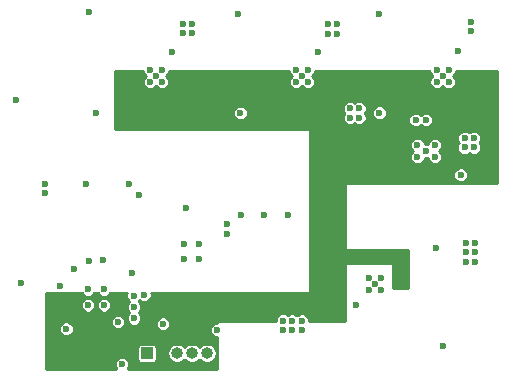
<source format=gbr>
G04 #@! TF.GenerationSoftware,KiCad,Pcbnew,(5.0.1)-4*
G04 #@! TF.CreationDate,2019-03-16T12:44:05-04:00*
G04 #@! TF.ProjectId,Wii reg,576969207265672E6B696361645F7063,rev?*
G04 #@! TF.SameCoordinates,Original*
G04 #@! TF.FileFunction,Copper,L2,Inr,Signal*
G04 #@! TF.FilePolarity,Positive*
%FSLAX46Y46*%
G04 Gerber Fmt 4.6, Leading zero omitted, Abs format (unit mm)*
G04 Created by KiCad (PCBNEW (5.0.1)-4) date 3/16/2019 12:44:05 PM*
%MOMM*%
%LPD*%
G01*
G04 APERTURE LIST*
G04 #@! TA.AperFunction,ViaPad*
%ADD10R,1.000000X1.000000*%
G04 #@! TD*
G04 #@! TA.AperFunction,ViaPad*
%ADD11O,1.000000X1.000000*%
G04 #@! TD*
G04 #@! TA.AperFunction,ViaPad*
%ADD12C,0.600000*%
G04 #@! TD*
G04 #@! TA.AperFunction,Conductor*
%ADD13C,0.230000*%
G04 #@! TD*
G04 APERTURE END LIST*
D10*
G04 #@! TO.N,MCLR*
G04 #@! TO.C,J25*
X200250000Y-115660000D03*
D11*
G04 #@! TO.N,VSYS*
X201520000Y-115660000D03*
G04 #@! TO.N,GND*
X202790000Y-115660000D03*
G04 #@! TO.N,Net-(J25-Pad4)*
X204060000Y-115660000D03*
G04 #@! TO.N,Net-(J25-Pad5)*
X205330000Y-115660000D03*
G04 #@! TD*
D12*
G04 #@! TO.N,GND*
G04 #@! TO.C,U1*
X201030000Y-92160000D03*
X200530000Y-91660000D03*
X201530000Y-91660000D03*
X201530000Y-92660000D03*
X200530000Y-92660000D03*
G04 #@! TD*
G04 #@! TO.N,GND*
G04 #@! TO.C,U2*
X219570000Y-109790000D03*
X220070000Y-110290000D03*
X219070000Y-110290000D03*
X219070000Y-109290000D03*
X220070000Y-109290000D03*
G04 #@! TD*
G04 #@! TO.N,GND*
G04 #@! TO.C,U3*
X223150000Y-99040000D03*
X224650000Y-99040000D03*
X223150000Y-98040000D03*
X224650000Y-98040000D03*
X223900000Y-98540000D03*
G04 #@! TD*
G04 #@! TO.N,GND*
G04 #@! TO.C,U4*
X225290000Y-92150000D03*
X224790000Y-91650000D03*
X225790000Y-91650000D03*
X225790000Y-92650000D03*
X224790000Y-92650000D03*
G04 #@! TD*
G04 #@! TO.N,GND*
G04 #@! TO.C,U5*
X213380000Y-92160000D03*
X212880000Y-91660000D03*
X213880000Y-91660000D03*
X213880000Y-92660000D03*
X212880000Y-92660000D03*
G04 #@! TD*
G04 #@! TO.N,5v*
X223890000Y-95880000D03*
X226810000Y-100530000D03*
G04 #@! TO.N,GND*
X198140000Y-116570000D03*
X216360000Y-87780000D03*
X215550000Y-88580000D03*
X216360000Y-88580000D03*
X215560000Y-87780000D03*
X218230000Y-95720000D03*
X217430000Y-94920000D03*
X218230000Y-94920000D03*
X217430000Y-95720000D03*
X191640000Y-102080000D03*
X191640000Y-101290000D03*
X227700000Y-88390000D03*
X227700000Y-87590000D03*
X227940000Y-97420000D03*
X227940000Y-98220000D03*
X227150000Y-97420000D03*
X227140000Y-98220000D03*
X207020000Y-104730000D03*
X207020000Y-105530000D03*
X204100000Y-88560000D03*
X203300000Y-87770000D03*
X203300000Y-88560000D03*
X204100000Y-87760000D03*
X227250000Y-107080000D03*
X228040000Y-107890000D03*
X228040000Y-106310000D03*
X228040000Y-107100000D03*
X227250000Y-107890000D03*
X227250000Y-106280000D03*
X213360000Y-113680000D03*
X213360000Y-112890000D03*
X212560000Y-113680000D03*
X212560000Y-112890000D03*
X211760000Y-113680000D03*
X211760000Y-112880000D03*
X201600000Y-113140000D03*
X203390000Y-106390000D03*
X203390000Y-107690000D03*
X204690000Y-107690000D03*
X204690000Y-106390000D03*
X195255000Y-110235000D03*
X196605000Y-110235000D03*
X195255000Y-111585000D03*
X196605000Y-111585000D03*
X208210000Y-103920000D03*
X210200000Y-103920000D03*
X212180000Y-103920000D03*
X193430000Y-113570000D03*
X192900000Y-109935000D03*
X199590000Y-102240000D03*
G04 #@! TO.N,1v*
X195350000Y-86790000D03*
X195930000Y-95300000D03*
G04 #@! TO.N,3v3*
X225290000Y-115020000D03*
X224740000Y-106700000D03*
G04 #@! TO.N,VSYS*
X221990000Y-109540000D03*
X216550000Y-98780000D03*
X195830000Y-115750000D03*
X216550000Y-99580000D03*
X215750000Y-98780000D03*
X214950000Y-98780000D03*
X216550000Y-100380000D03*
X215750000Y-99580000D03*
X214950000Y-99580000D03*
X215750000Y-100370000D03*
X227900000Y-93540000D03*
X228700000Y-92750000D03*
X228700000Y-93540000D03*
X227900000Y-92740000D03*
X222880000Y-92400000D03*
X210830000Y-92410000D03*
X198510000Y-92410000D03*
X216030000Y-93550000D03*
X216830000Y-92760000D03*
X216830000Y-93550000D03*
X216030000Y-92750000D03*
X203830000Y-93550000D03*
X204620000Y-92760000D03*
X204620000Y-93550000D03*
X203830000Y-92750000D03*
X200560000Y-113110000D03*
X193025000Y-111885000D03*
X214950000Y-100380000D03*
G04 #@! TO.N,1v8*
X219920000Y-86920000D03*
X219940000Y-95280000D03*
G04 #@! TO.N,1v15*
X207980000Y-86950000D03*
X208170000Y-95320000D03*
G04 #@! TO.N,REGN*
X203580000Y-103360000D03*
X206190000Y-113690000D03*
G04 #@! TO.N,SCL*
X200030000Y-110710000D03*
X198970000Y-108870000D03*
G04 #@! TO.N,Net-(J24-Pad1)*
X189550000Y-109720000D03*
X196490000Y-107740000D03*
G04 #@! TO.N,Net-(J25-Pad4)*
X194070000Y-108540000D03*
G04 #@! TO.N,Net-(J25-Pad5)*
X195350000Y-107830000D03*
G04 #@! TO.N,RED*
X199150000Y-112690000D03*
X189140000Y-94170000D03*
G04 #@! TO.N,GREEN*
X199160000Y-111730000D03*
X195080000Y-101320000D03*
G04 #@! TO.N,BLUE*
X199130000Y-110790000D03*
X198750000Y-101340000D03*
G04 #@! TO.N,EN*
X223000000Y-95890000D03*
X217960000Y-111580000D03*
X226620000Y-90050000D03*
X214740000Y-90110000D03*
X202410000Y-90160000D03*
X197790000Y-112990000D03*
G04 #@! TD*
D13*
G04 #@! TO.N,VSYS*
G36*
X199915000Y-91782331D02*
X200008628Y-92008370D01*
X200160258Y-92160000D01*
X200008628Y-92311630D01*
X199915000Y-92537669D01*
X199915000Y-92782331D01*
X200008628Y-93008370D01*
X200181630Y-93181372D01*
X200407669Y-93275000D01*
X200652331Y-93275000D01*
X200878370Y-93181372D01*
X201030000Y-93029742D01*
X201181630Y-93181372D01*
X201407669Y-93275000D01*
X201652331Y-93275000D01*
X201878370Y-93181372D01*
X202051372Y-93008370D01*
X202145000Y-92782331D01*
X202145000Y-92537669D01*
X202051372Y-92311630D01*
X201899742Y-92160000D01*
X202051372Y-92008370D01*
X202145000Y-91782331D01*
X202145000Y-91725000D01*
X212265000Y-91725000D01*
X212265000Y-91782331D01*
X212358628Y-92008370D01*
X212510258Y-92160000D01*
X212358628Y-92311630D01*
X212265000Y-92537669D01*
X212265000Y-92782331D01*
X212358628Y-93008370D01*
X212531630Y-93181372D01*
X212757669Y-93275000D01*
X213002331Y-93275000D01*
X213228370Y-93181372D01*
X213380000Y-93029742D01*
X213531630Y-93181372D01*
X213757669Y-93275000D01*
X214002331Y-93275000D01*
X214228370Y-93181372D01*
X214401372Y-93008370D01*
X214495000Y-92782331D01*
X214495000Y-92537669D01*
X214401372Y-92311630D01*
X214249742Y-92160000D01*
X214401372Y-92008370D01*
X214495000Y-91782331D01*
X214495000Y-91725000D01*
X224175000Y-91725000D01*
X224175000Y-91772331D01*
X224268628Y-91998370D01*
X224420258Y-92150000D01*
X224268628Y-92301630D01*
X224175000Y-92527669D01*
X224175000Y-92772331D01*
X224268628Y-92998370D01*
X224441630Y-93171372D01*
X224667669Y-93265000D01*
X224912331Y-93265000D01*
X225138370Y-93171372D01*
X225290000Y-93019742D01*
X225441630Y-93171372D01*
X225667669Y-93265000D01*
X225912331Y-93265000D01*
X226138370Y-93171372D01*
X226311372Y-92998370D01*
X226405000Y-92772331D01*
X226405000Y-92527669D01*
X226311372Y-92301630D01*
X226159742Y-92150000D01*
X226311372Y-91998370D01*
X226405000Y-91772331D01*
X226405000Y-91725000D01*
X229855000Y-91725000D01*
X229855000Y-101205000D01*
X217100000Y-101205000D01*
X217055991Y-101213754D01*
X217018683Y-101238683D01*
X216993754Y-101275991D01*
X216985000Y-101320000D01*
X216985000Y-106760000D01*
X216993754Y-106804009D01*
X217018683Y-106841317D01*
X217055991Y-106866246D01*
X217100000Y-106875000D01*
X222345000Y-106875000D01*
X222345000Y-110135000D01*
X221125000Y-110135000D01*
X221125000Y-108100000D01*
X221116246Y-108055991D01*
X221091317Y-108018683D01*
X221054009Y-107993754D01*
X221010000Y-107985000D01*
X217100000Y-107985000D01*
X217055991Y-107993754D01*
X217018683Y-108018683D01*
X216993754Y-108055991D01*
X216985000Y-108100000D01*
X216985000Y-112875000D01*
X213975000Y-112875000D01*
X213975000Y-112767669D01*
X213881372Y-112541630D01*
X213708370Y-112368628D01*
X213482331Y-112275000D01*
X213237669Y-112275000D01*
X213011630Y-112368628D01*
X212960000Y-112420258D01*
X212908370Y-112368628D01*
X212682331Y-112275000D01*
X212437669Y-112275000D01*
X212211630Y-112368628D01*
X212165000Y-112415258D01*
X212108370Y-112358628D01*
X211882331Y-112265000D01*
X211637669Y-112265000D01*
X211411630Y-112358628D01*
X211238628Y-112531630D01*
X211145000Y-112757669D01*
X211145000Y-112875000D01*
X206290000Y-112875000D01*
X206245991Y-112883754D01*
X206208683Y-112908683D01*
X206183754Y-112945991D01*
X206175000Y-112990000D01*
X206175000Y-113075000D01*
X206067669Y-113075000D01*
X205841630Y-113168628D01*
X205668628Y-113341630D01*
X205575000Y-113567669D01*
X205575000Y-113812331D01*
X205668628Y-114038370D01*
X205841630Y-114211372D01*
X206067669Y-114305000D01*
X206175000Y-114305000D01*
X206175000Y-116945000D01*
X198634742Y-116945000D01*
X198661372Y-116918370D01*
X198755000Y-116692331D01*
X198755000Y-116447669D01*
X198661372Y-116221630D01*
X198488370Y-116048628D01*
X198262331Y-115955000D01*
X198017669Y-115955000D01*
X197791630Y-116048628D01*
X197618628Y-116221630D01*
X197525000Y-116447669D01*
X197525000Y-116692331D01*
X197618628Y-116918370D01*
X197645258Y-116945000D01*
X191695000Y-116945000D01*
X191695000Y-115160000D01*
X199428829Y-115160000D01*
X199428829Y-116160000D01*
X199453277Y-116282907D01*
X199522898Y-116387102D01*
X199627093Y-116456723D01*
X199750000Y-116481171D01*
X200750000Y-116481171D01*
X200872907Y-116456723D01*
X200977102Y-116387102D01*
X201046723Y-116282907D01*
X201071171Y-116160000D01*
X201071171Y-115660000D01*
X201959034Y-115660000D01*
X202022288Y-115977997D01*
X202202418Y-116247582D01*
X202472003Y-116427712D01*
X202709734Y-116475000D01*
X202870266Y-116475000D01*
X203107997Y-116427712D01*
X203377582Y-116247582D01*
X203425000Y-116176616D01*
X203472418Y-116247582D01*
X203742003Y-116427712D01*
X203979734Y-116475000D01*
X204140266Y-116475000D01*
X204377997Y-116427712D01*
X204647582Y-116247582D01*
X204695000Y-116176616D01*
X204742418Y-116247582D01*
X205012003Y-116427712D01*
X205249734Y-116475000D01*
X205410266Y-116475000D01*
X205647997Y-116427712D01*
X205917582Y-116247582D01*
X206097712Y-115977997D01*
X206160966Y-115660000D01*
X206097712Y-115342003D01*
X205917582Y-115072418D01*
X205647997Y-114892288D01*
X205410266Y-114845000D01*
X205249734Y-114845000D01*
X205012003Y-114892288D01*
X204742418Y-115072418D01*
X204695000Y-115143384D01*
X204647582Y-115072418D01*
X204377997Y-114892288D01*
X204140266Y-114845000D01*
X203979734Y-114845000D01*
X203742003Y-114892288D01*
X203472418Y-115072418D01*
X203425000Y-115143384D01*
X203377582Y-115072418D01*
X203107997Y-114892288D01*
X202870266Y-114845000D01*
X202709734Y-114845000D01*
X202472003Y-114892288D01*
X202202418Y-115072418D01*
X202022288Y-115342003D01*
X201959034Y-115660000D01*
X201071171Y-115660000D01*
X201071171Y-115160000D01*
X201046723Y-115037093D01*
X200977102Y-114932898D01*
X200872907Y-114863277D01*
X200750000Y-114838829D01*
X199750000Y-114838829D01*
X199627093Y-114863277D01*
X199522898Y-114932898D01*
X199453277Y-115037093D01*
X199428829Y-115160000D01*
X191695000Y-115160000D01*
X191695000Y-113447669D01*
X192815000Y-113447669D01*
X192815000Y-113692331D01*
X192908628Y-113918370D01*
X193081630Y-114091372D01*
X193307669Y-114185000D01*
X193552331Y-114185000D01*
X193778370Y-114091372D01*
X193951372Y-113918370D01*
X194045000Y-113692331D01*
X194045000Y-113447669D01*
X193951372Y-113221630D01*
X193778370Y-113048628D01*
X193552331Y-112955000D01*
X193307669Y-112955000D01*
X193081630Y-113048628D01*
X192908628Y-113221630D01*
X192815000Y-113447669D01*
X191695000Y-113447669D01*
X191695000Y-112867669D01*
X197175000Y-112867669D01*
X197175000Y-113112331D01*
X197268628Y-113338370D01*
X197441630Y-113511372D01*
X197667669Y-113605000D01*
X197912331Y-113605000D01*
X198138370Y-113511372D01*
X198311372Y-113338370D01*
X198405000Y-113112331D01*
X198405000Y-112867669D01*
X198311372Y-112641630D01*
X198138370Y-112468628D01*
X197912331Y-112375000D01*
X197667669Y-112375000D01*
X197441630Y-112468628D01*
X197268628Y-112641630D01*
X197175000Y-112867669D01*
X191695000Y-112867669D01*
X191695000Y-111462669D01*
X194640000Y-111462669D01*
X194640000Y-111707331D01*
X194733628Y-111933370D01*
X194906630Y-112106372D01*
X195132669Y-112200000D01*
X195377331Y-112200000D01*
X195603370Y-112106372D01*
X195776372Y-111933370D01*
X195870000Y-111707331D01*
X195870000Y-111462669D01*
X195990000Y-111462669D01*
X195990000Y-111707331D01*
X196083628Y-111933370D01*
X196256630Y-112106372D01*
X196482669Y-112200000D01*
X196727331Y-112200000D01*
X196953370Y-112106372D01*
X197126372Y-111933370D01*
X197220000Y-111707331D01*
X197220000Y-111462669D01*
X197126372Y-111236630D01*
X196953370Y-111063628D01*
X196727331Y-110970000D01*
X196482669Y-110970000D01*
X196256630Y-111063628D01*
X196083628Y-111236630D01*
X195990000Y-111462669D01*
X195870000Y-111462669D01*
X195776372Y-111236630D01*
X195603370Y-111063628D01*
X195377331Y-110970000D01*
X195132669Y-110970000D01*
X194906630Y-111063628D01*
X194733628Y-111236630D01*
X194640000Y-111462669D01*
X191695000Y-111462669D01*
X191695000Y-110535000D01*
X192741456Y-110535000D01*
X192777669Y-110550000D01*
X193022331Y-110550000D01*
X193058544Y-110535000D01*
X194713593Y-110535000D01*
X194733628Y-110583370D01*
X194906630Y-110756372D01*
X195132669Y-110850000D01*
X195377331Y-110850000D01*
X195603370Y-110756372D01*
X195776372Y-110583370D01*
X195796407Y-110535000D01*
X196063593Y-110535000D01*
X196083628Y-110583370D01*
X196256630Y-110756372D01*
X196482669Y-110850000D01*
X196727331Y-110850000D01*
X196953370Y-110756372D01*
X197126372Y-110583370D01*
X197146407Y-110535000D01*
X198569953Y-110535000D01*
X198515000Y-110667669D01*
X198515000Y-110912331D01*
X198608628Y-111138370D01*
X198745258Y-111275000D01*
X198638628Y-111381630D01*
X198545000Y-111607669D01*
X198545000Y-111852331D01*
X198638628Y-112078370D01*
X198765258Y-112205000D01*
X198628628Y-112341630D01*
X198535000Y-112567669D01*
X198535000Y-112812331D01*
X198628628Y-113038370D01*
X198801630Y-113211372D01*
X199027669Y-113305000D01*
X199272331Y-113305000D01*
X199498370Y-113211372D01*
X199671372Y-113038370D01*
X199679946Y-113017669D01*
X200985000Y-113017669D01*
X200985000Y-113262331D01*
X201078628Y-113488370D01*
X201251630Y-113661372D01*
X201477669Y-113755000D01*
X201722331Y-113755000D01*
X201948370Y-113661372D01*
X202121372Y-113488370D01*
X202215000Y-113262331D01*
X202215000Y-113017669D01*
X202121372Y-112791630D01*
X201948370Y-112618628D01*
X201722331Y-112525000D01*
X201477669Y-112525000D01*
X201251630Y-112618628D01*
X201078628Y-112791630D01*
X200985000Y-113017669D01*
X199679946Y-113017669D01*
X199765000Y-112812331D01*
X199765000Y-112567669D01*
X199671372Y-112341630D01*
X199544742Y-112215000D01*
X199681372Y-112078370D01*
X199775000Y-111852331D01*
X199775000Y-111607669D01*
X199681372Y-111381630D01*
X199544742Y-111245000D01*
X199620000Y-111169742D01*
X199681630Y-111231372D01*
X199907669Y-111325000D01*
X200152331Y-111325000D01*
X200378370Y-111231372D01*
X200551372Y-111058370D01*
X200645000Y-110832331D01*
X200645000Y-110587669D01*
X200623184Y-110535000D01*
X213970000Y-110535000D01*
X214014009Y-110526246D01*
X214051317Y-110501317D01*
X214076246Y-110464009D01*
X214085000Y-110420000D01*
X214085000Y-100407669D01*
X226195000Y-100407669D01*
X226195000Y-100652331D01*
X226288628Y-100878370D01*
X226461630Y-101051372D01*
X226687669Y-101145000D01*
X226932331Y-101145000D01*
X227158370Y-101051372D01*
X227331372Y-100878370D01*
X227425000Y-100652331D01*
X227425000Y-100407669D01*
X227331372Y-100181630D01*
X227158370Y-100008628D01*
X226932331Y-99915000D01*
X226687669Y-99915000D01*
X226461630Y-100008628D01*
X226288628Y-100181630D01*
X226195000Y-100407669D01*
X214085000Y-100407669D01*
X214085000Y-97917669D01*
X222535000Y-97917669D01*
X222535000Y-98162331D01*
X222628628Y-98388370D01*
X222780258Y-98540000D01*
X222628628Y-98691630D01*
X222535000Y-98917669D01*
X222535000Y-99162331D01*
X222628628Y-99388370D01*
X222801630Y-99561372D01*
X223027669Y-99655000D01*
X223272331Y-99655000D01*
X223498370Y-99561372D01*
X223671372Y-99388370D01*
X223765000Y-99162331D01*
X223765000Y-99149752D01*
X223777669Y-99155000D01*
X224022331Y-99155000D01*
X224035000Y-99149752D01*
X224035000Y-99162331D01*
X224128628Y-99388370D01*
X224301630Y-99561372D01*
X224527669Y-99655000D01*
X224772331Y-99655000D01*
X224998370Y-99561372D01*
X225171372Y-99388370D01*
X225265000Y-99162331D01*
X225265000Y-98917669D01*
X225171372Y-98691630D01*
X225019742Y-98540000D01*
X225171372Y-98388370D01*
X225265000Y-98162331D01*
X225265000Y-98097669D01*
X226525000Y-98097669D01*
X226525000Y-98342331D01*
X226618628Y-98568370D01*
X226791630Y-98741372D01*
X227017669Y-98835000D01*
X227262331Y-98835000D01*
X227488370Y-98741372D01*
X227540000Y-98689742D01*
X227591630Y-98741372D01*
X227817669Y-98835000D01*
X228062331Y-98835000D01*
X228288370Y-98741372D01*
X228461372Y-98568370D01*
X228555000Y-98342331D01*
X228555000Y-98097669D01*
X228461372Y-97871630D01*
X228409742Y-97820000D01*
X228461372Y-97768370D01*
X228555000Y-97542331D01*
X228555000Y-97297669D01*
X228461372Y-97071630D01*
X228288370Y-96898628D01*
X228062331Y-96805000D01*
X227817669Y-96805000D01*
X227591630Y-96898628D01*
X227545000Y-96945258D01*
X227498370Y-96898628D01*
X227272331Y-96805000D01*
X227027669Y-96805000D01*
X226801630Y-96898628D01*
X226628628Y-97071630D01*
X226535000Y-97297669D01*
X226535000Y-97542331D01*
X226628628Y-97768370D01*
X226675258Y-97815000D01*
X226618628Y-97871630D01*
X226525000Y-98097669D01*
X225265000Y-98097669D01*
X225265000Y-97917669D01*
X225171372Y-97691630D01*
X224998370Y-97518628D01*
X224772331Y-97425000D01*
X224527669Y-97425000D01*
X224301630Y-97518628D01*
X224128628Y-97691630D01*
X224035000Y-97917669D01*
X224035000Y-97930248D01*
X224022331Y-97925000D01*
X223777669Y-97925000D01*
X223765000Y-97930248D01*
X223765000Y-97917669D01*
X223671372Y-97691630D01*
X223498370Y-97518628D01*
X223272331Y-97425000D01*
X223027669Y-97425000D01*
X222801630Y-97518628D01*
X222628628Y-97691630D01*
X222535000Y-97917669D01*
X214085000Y-97917669D01*
X214085000Y-96770000D01*
X214076246Y-96725991D01*
X214051317Y-96688683D01*
X214014009Y-96663754D01*
X213970000Y-96655000D01*
X197515000Y-96655000D01*
X197515000Y-95197669D01*
X207555000Y-95197669D01*
X207555000Y-95442331D01*
X207648628Y-95668370D01*
X207821630Y-95841372D01*
X208047669Y-95935000D01*
X208292331Y-95935000D01*
X208518370Y-95841372D01*
X208691372Y-95668370D01*
X208785000Y-95442331D01*
X208785000Y-95197669D01*
X208691372Y-94971630D01*
X208518370Y-94798628D01*
X208516055Y-94797669D01*
X216815000Y-94797669D01*
X216815000Y-95042331D01*
X216908628Y-95268370D01*
X216960258Y-95320000D01*
X216908628Y-95371630D01*
X216815000Y-95597669D01*
X216815000Y-95842331D01*
X216908628Y-96068370D01*
X217081630Y-96241372D01*
X217307669Y-96335000D01*
X217552331Y-96335000D01*
X217778370Y-96241372D01*
X217830000Y-96189742D01*
X217881630Y-96241372D01*
X218107669Y-96335000D01*
X218352331Y-96335000D01*
X218578370Y-96241372D01*
X218751372Y-96068370D01*
X218845000Y-95842331D01*
X218845000Y-95597669D01*
X218751372Y-95371630D01*
X218699742Y-95320000D01*
X218751372Y-95268370D01*
X218797225Y-95157669D01*
X219325000Y-95157669D01*
X219325000Y-95402331D01*
X219418628Y-95628370D01*
X219591630Y-95801372D01*
X219817669Y-95895000D01*
X220062331Y-95895000D01*
X220288370Y-95801372D01*
X220322073Y-95767669D01*
X222385000Y-95767669D01*
X222385000Y-96012331D01*
X222478628Y-96238370D01*
X222651630Y-96411372D01*
X222877669Y-96505000D01*
X223122331Y-96505000D01*
X223348370Y-96411372D01*
X223450000Y-96309742D01*
X223541630Y-96401372D01*
X223767669Y-96495000D01*
X224012331Y-96495000D01*
X224238370Y-96401372D01*
X224411372Y-96228370D01*
X224505000Y-96002331D01*
X224505000Y-95757669D01*
X224411372Y-95531630D01*
X224238370Y-95358628D01*
X224012331Y-95265000D01*
X223767669Y-95265000D01*
X223541630Y-95358628D01*
X223440000Y-95460258D01*
X223348370Y-95368628D01*
X223122331Y-95275000D01*
X222877669Y-95275000D01*
X222651630Y-95368628D01*
X222478628Y-95541630D01*
X222385000Y-95767669D01*
X220322073Y-95767669D01*
X220461372Y-95628370D01*
X220555000Y-95402331D01*
X220555000Y-95157669D01*
X220461372Y-94931630D01*
X220288370Y-94758628D01*
X220062331Y-94665000D01*
X219817669Y-94665000D01*
X219591630Y-94758628D01*
X219418628Y-94931630D01*
X219325000Y-95157669D01*
X218797225Y-95157669D01*
X218845000Y-95042331D01*
X218845000Y-94797669D01*
X218751372Y-94571630D01*
X218578370Y-94398628D01*
X218352331Y-94305000D01*
X218107669Y-94305000D01*
X217881630Y-94398628D01*
X217830000Y-94450258D01*
X217778370Y-94398628D01*
X217552331Y-94305000D01*
X217307669Y-94305000D01*
X217081630Y-94398628D01*
X216908628Y-94571630D01*
X216815000Y-94797669D01*
X208516055Y-94797669D01*
X208292331Y-94705000D01*
X208047669Y-94705000D01*
X207821630Y-94798628D01*
X207648628Y-94971630D01*
X207555000Y-95197669D01*
X197515000Y-95197669D01*
X197515000Y-91725000D01*
X199915000Y-91725000D01*
X199915000Y-91782331D01*
X199915000Y-91782331D01*
G37*
X199915000Y-91782331D02*
X200008628Y-92008370D01*
X200160258Y-92160000D01*
X200008628Y-92311630D01*
X199915000Y-92537669D01*
X199915000Y-92782331D01*
X200008628Y-93008370D01*
X200181630Y-93181372D01*
X200407669Y-93275000D01*
X200652331Y-93275000D01*
X200878370Y-93181372D01*
X201030000Y-93029742D01*
X201181630Y-93181372D01*
X201407669Y-93275000D01*
X201652331Y-93275000D01*
X201878370Y-93181372D01*
X202051372Y-93008370D01*
X202145000Y-92782331D01*
X202145000Y-92537669D01*
X202051372Y-92311630D01*
X201899742Y-92160000D01*
X202051372Y-92008370D01*
X202145000Y-91782331D01*
X202145000Y-91725000D01*
X212265000Y-91725000D01*
X212265000Y-91782331D01*
X212358628Y-92008370D01*
X212510258Y-92160000D01*
X212358628Y-92311630D01*
X212265000Y-92537669D01*
X212265000Y-92782331D01*
X212358628Y-93008370D01*
X212531630Y-93181372D01*
X212757669Y-93275000D01*
X213002331Y-93275000D01*
X213228370Y-93181372D01*
X213380000Y-93029742D01*
X213531630Y-93181372D01*
X213757669Y-93275000D01*
X214002331Y-93275000D01*
X214228370Y-93181372D01*
X214401372Y-93008370D01*
X214495000Y-92782331D01*
X214495000Y-92537669D01*
X214401372Y-92311630D01*
X214249742Y-92160000D01*
X214401372Y-92008370D01*
X214495000Y-91782331D01*
X214495000Y-91725000D01*
X224175000Y-91725000D01*
X224175000Y-91772331D01*
X224268628Y-91998370D01*
X224420258Y-92150000D01*
X224268628Y-92301630D01*
X224175000Y-92527669D01*
X224175000Y-92772331D01*
X224268628Y-92998370D01*
X224441630Y-93171372D01*
X224667669Y-93265000D01*
X224912331Y-93265000D01*
X225138370Y-93171372D01*
X225290000Y-93019742D01*
X225441630Y-93171372D01*
X225667669Y-93265000D01*
X225912331Y-93265000D01*
X226138370Y-93171372D01*
X226311372Y-92998370D01*
X226405000Y-92772331D01*
X226405000Y-92527669D01*
X226311372Y-92301630D01*
X226159742Y-92150000D01*
X226311372Y-91998370D01*
X226405000Y-91772331D01*
X226405000Y-91725000D01*
X229855000Y-91725000D01*
X229855000Y-101205000D01*
X217100000Y-101205000D01*
X217055991Y-101213754D01*
X217018683Y-101238683D01*
X216993754Y-101275991D01*
X216985000Y-101320000D01*
X216985000Y-106760000D01*
X216993754Y-106804009D01*
X217018683Y-106841317D01*
X217055991Y-106866246D01*
X217100000Y-106875000D01*
X222345000Y-106875000D01*
X222345000Y-110135000D01*
X221125000Y-110135000D01*
X221125000Y-108100000D01*
X221116246Y-108055991D01*
X221091317Y-108018683D01*
X221054009Y-107993754D01*
X221010000Y-107985000D01*
X217100000Y-107985000D01*
X217055991Y-107993754D01*
X217018683Y-108018683D01*
X216993754Y-108055991D01*
X216985000Y-108100000D01*
X216985000Y-112875000D01*
X213975000Y-112875000D01*
X213975000Y-112767669D01*
X213881372Y-112541630D01*
X213708370Y-112368628D01*
X213482331Y-112275000D01*
X213237669Y-112275000D01*
X213011630Y-112368628D01*
X212960000Y-112420258D01*
X212908370Y-112368628D01*
X212682331Y-112275000D01*
X212437669Y-112275000D01*
X212211630Y-112368628D01*
X212165000Y-112415258D01*
X212108370Y-112358628D01*
X211882331Y-112265000D01*
X211637669Y-112265000D01*
X211411630Y-112358628D01*
X211238628Y-112531630D01*
X211145000Y-112757669D01*
X211145000Y-112875000D01*
X206290000Y-112875000D01*
X206245991Y-112883754D01*
X206208683Y-112908683D01*
X206183754Y-112945991D01*
X206175000Y-112990000D01*
X206175000Y-113075000D01*
X206067669Y-113075000D01*
X205841630Y-113168628D01*
X205668628Y-113341630D01*
X205575000Y-113567669D01*
X205575000Y-113812331D01*
X205668628Y-114038370D01*
X205841630Y-114211372D01*
X206067669Y-114305000D01*
X206175000Y-114305000D01*
X206175000Y-116945000D01*
X198634742Y-116945000D01*
X198661372Y-116918370D01*
X198755000Y-116692331D01*
X198755000Y-116447669D01*
X198661372Y-116221630D01*
X198488370Y-116048628D01*
X198262331Y-115955000D01*
X198017669Y-115955000D01*
X197791630Y-116048628D01*
X197618628Y-116221630D01*
X197525000Y-116447669D01*
X197525000Y-116692331D01*
X197618628Y-116918370D01*
X197645258Y-116945000D01*
X191695000Y-116945000D01*
X191695000Y-115160000D01*
X199428829Y-115160000D01*
X199428829Y-116160000D01*
X199453277Y-116282907D01*
X199522898Y-116387102D01*
X199627093Y-116456723D01*
X199750000Y-116481171D01*
X200750000Y-116481171D01*
X200872907Y-116456723D01*
X200977102Y-116387102D01*
X201046723Y-116282907D01*
X201071171Y-116160000D01*
X201071171Y-115660000D01*
X201959034Y-115660000D01*
X202022288Y-115977997D01*
X202202418Y-116247582D01*
X202472003Y-116427712D01*
X202709734Y-116475000D01*
X202870266Y-116475000D01*
X203107997Y-116427712D01*
X203377582Y-116247582D01*
X203425000Y-116176616D01*
X203472418Y-116247582D01*
X203742003Y-116427712D01*
X203979734Y-116475000D01*
X204140266Y-116475000D01*
X204377997Y-116427712D01*
X204647582Y-116247582D01*
X204695000Y-116176616D01*
X204742418Y-116247582D01*
X205012003Y-116427712D01*
X205249734Y-116475000D01*
X205410266Y-116475000D01*
X205647997Y-116427712D01*
X205917582Y-116247582D01*
X206097712Y-115977997D01*
X206160966Y-115660000D01*
X206097712Y-115342003D01*
X205917582Y-115072418D01*
X205647997Y-114892288D01*
X205410266Y-114845000D01*
X205249734Y-114845000D01*
X205012003Y-114892288D01*
X204742418Y-115072418D01*
X204695000Y-115143384D01*
X204647582Y-115072418D01*
X204377997Y-114892288D01*
X204140266Y-114845000D01*
X203979734Y-114845000D01*
X203742003Y-114892288D01*
X203472418Y-115072418D01*
X203425000Y-115143384D01*
X203377582Y-115072418D01*
X203107997Y-114892288D01*
X202870266Y-114845000D01*
X202709734Y-114845000D01*
X202472003Y-114892288D01*
X202202418Y-115072418D01*
X202022288Y-115342003D01*
X201959034Y-115660000D01*
X201071171Y-115660000D01*
X201071171Y-115160000D01*
X201046723Y-115037093D01*
X200977102Y-114932898D01*
X200872907Y-114863277D01*
X200750000Y-114838829D01*
X199750000Y-114838829D01*
X199627093Y-114863277D01*
X199522898Y-114932898D01*
X199453277Y-115037093D01*
X199428829Y-115160000D01*
X191695000Y-115160000D01*
X191695000Y-113447669D01*
X192815000Y-113447669D01*
X192815000Y-113692331D01*
X192908628Y-113918370D01*
X193081630Y-114091372D01*
X193307669Y-114185000D01*
X193552331Y-114185000D01*
X193778370Y-114091372D01*
X193951372Y-113918370D01*
X194045000Y-113692331D01*
X194045000Y-113447669D01*
X193951372Y-113221630D01*
X193778370Y-113048628D01*
X193552331Y-112955000D01*
X193307669Y-112955000D01*
X193081630Y-113048628D01*
X192908628Y-113221630D01*
X192815000Y-113447669D01*
X191695000Y-113447669D01*
X191695000Y-112867669D01*
X197175000Y-112867669D01*
X197175000Y-113112331D01*
X197268628Y-113338370D01*
X197441630Y-113511372D01*
X197667669Y-113605000D01*
X197912331Y-113605000D01*
X198138370Y-113511372D01*
X198311372Y-113338370D01*
X198405000Y-113112331D01*
X198405000Y-112867669D01*
X198311372Y-112641630D01*
X198138370Y-112468628D01*
X197912331Y-112375000D01*
X197667669Y-112375000D01*
X197441630Y-112468628D01*
X197268628Y-112641630D01*
X197175000Y-112867669D01*
X191695000Y-112867669D01*
X191695000Y-111462669D01*
X194640000Y-111462669D01*
X194640000Y-111707331D01*
X194733628Y-111933370D01*
X194906630Y-112106372D01*
X195132669Y-112200000D01*
X195377331Y-112200000D01*
X195603370Y-112106372D01*
X195776372Y-111933370D01*
X195870000Y-111707331D01*
X195870000Y-111462669D01*
X195990000Y-111462669D01*
X195990000Y-111707331D01*
X196083628Y-111933370D01*
X196256630Y-112106372D01*
X196482669Y-112200000D01*
X196727331Y-112200000D01*
X196953370Y-112106372D01*
X197126372Y-111933370D01*
X197220000Y-111707331D01*
X197220000Y-111462669D01*
X197126372Y-111236630D01*
X196953370Y-111063628D01*
X196727331Y-110970000D01*
X196482669Y-110970000D01*
X196256630Y-111063628D01*
X196083628Y-111236630D01*
X195990000Y-111462669D01*
X195870000Y-111462669D01*
X195776372Y-111236630D01*
X195603370Y-111063628D01*
X195377331Y-110970000D01*
X195132669Y-110970000D01*
X194906630Y-111063628D01*
X194733628Y-111236630D01*
X194640000Y-111462669D01*
X191695000Y-111462669D01*
X191695000Y-110535000D01*
X192741456Y-110535000D01*
X192777669Y-110550000D01*
X193022331Y-110550000D01*
X193058544Y-110535000D01*
X194713593Y-110535000D01*
X194733628Y-110583370D01*
X194906630Y-110756372D01*
X195132669Y-110850000D01*
X195377331Y-110850000D01*
X195603370Y-110756372D01*
X195776372Y-110583370D01*
X195796407Y-110535000D01*
X196063593Y-110535000D01*
X196083628Y-110583370D01*
X196256630Y-110756372D01*
X196482669Y-110850000D01*
X196727331Y-110850000D01*
X196953370Y-110756372D01*
X197126372Y-110583370D01*
X197146407Y-110535000D01*
X198569953Y-110535000D01*
X198515000Y-110667669D01*
X198515000Y-110912331D01*
X198608628Y-111138370D01*
X198745258Y-111275000D01*
X198638628Y-111381630D01*
X198545000Y-111607669D01*
X198545000Y-111852331D01*
X198638628Y-112078370D01*
X198765258Y-112205000D01*
X198628628Y-112341630D01*
X198535000Y-112567669D01*
X198535000Y-112812331D01*
X198628628Y-113038370D01*
X198801630Y-113211372D01*
X199027669Y-113305000D01*
X199272331Y-113305000D01*
X199498370Y-113211372D01*
X199671372Y-113038370D01*
X199679946Y-113017669D01*
X200985000Y-113017669D01*
X200985000Y-113262331D01*
X201078628Y-113488370D01*
X201251630Y-113661372D01*
X201477669Y-113755000D01*
X201722331Y-113755000D01*
X201948370Y-113661372D01*
X202121372Y-113488370D01*
X202215000Y-113262331D01*
X202215000Y-113017669D01*
X202121372Y-112791630D01*
X201948370Y-112618628D01*
X201722331Y-112525000D01*
X201477669Y-112525000D01*
X201251630Y-112618628D01*
X201078628Y-112791630D01*
X200985000Y-113017669D01*
X199679946Y-113017669D01*
X199765000Y-112812331D01*
X199765000Y-112567669D01*
X199671372Y-112341630D01*
X199544742Y-112215000D01*
X199681372Y-112078370D01*
X199775000Y-111852331D01*
X199775000Y-111607669D01*
X199681372Y-111381630D01*
X199544742Y-111245000D01*
X199620000Y-111169742D01*
X199681630Y-111231372D01*
X199907669Y-111325000D01*
X200152331Y-111325000D01*
X200378370Y-111231372D01*
X200551372Y-111058370D01*
X200645000Y-110832331D01*
X200645000Y-110587669D01*
X200623184Y-110535000D01*
X213970000Y-110535000D01*
X214014009Y-110526246D01*
X214051317Y-110501317D01*
X214076246Y-110464009D01*
X214085000Y-110420000D01*
X214085000Y-100407669D01*
X226195000Y-100407669D01*
X226195000Y-100652331D01*
X226288628Y-100878370D01*
X226461630Y-101051372D01*
X226687669Y-101145000D01*
X226932331Y-101145000D01*
X227158370Y-101051372D01*
X227331372Y-100878370D01*
X227425000Y-100652331D01*
X227425000Y-100407669D01*
X227331372Y-100181630D01*
X227158370Y-100008628D01*
X226932331Y-99915000D01*
X226687669Y-99915000D01*
X226461630Y-100008628D01*
X226288628Y-100181630D01*
X226195000Y-100407669D01*
X214085000Y-100407669D01*
X214085000Y-97917669D01*
X222535000Y-97917669D01*
X222535000Y-98162331D01*
X222628628Y-98388370D01*
X222780258Y-98540000D01*
X222628628Y-98691630D01*
X222535000Y-98917669D01*
X222535000Y-99162331D01*
X222628628Y-99388370D01*
X222801630Y-99561372D01*
X223027669Y-99655000D01*
X223272331Y-99655000D01*
X223498370Y-99561372D01*
X223671372Y-99388370D01*
X223765000Y-99162331D01*
X223765000Y-99149752D01*
X223777669Y-99155000D01*
X224022331Y-99155000D01*
X224035000Y-99149752D01*
X224035000Y-99162331D01*
X224128628Y-99388370D01*
X224301630Y-99561372D01*
X224527669Y-99655000D01*
X224772331Y-99655000D01*
X224998370Y-99561372D01*
X225171372Y-99388370D01*
X225265000Y-99162331D01*
X225265000Y-98917669D01*
X225171372Y-98691630D01*
X225019742Y-98540000D01*
X225171372Y-98388370D01*
X225265000Y-98162331D01*
X225265000Y-98097669D01*
X226525000Y-98097669D01*
X226525000Y-98342331D01*
X226618628Y-98568370D01*
X226791630Y-98741372D01*
X227017669Y-98835000D01*
X227262331Y-98835000D01*
X227488370Y-98741372D01*
X227540000Y-98689742D01*
X227591630Y-98741372D01*
X227817669Y-98835000D01*
X228062331Y-98835000D01*
X228288370Y-98741372D01*
X228461372Y-98568370D01*
X228555000Y-98342331D01*
X228555000Y-98097669D01*
X228461372Y-97871630D01*
X228409742Y-97820000D01*
X228461372Y-97768370D01*
X228555000Y-97542331D01*
X228555000Y-97297669D01*
X228461372Y-97071630D01*
X228288370Y-96898628D01*
X228062331Y-96805000D01*
X227817669Y-96805000D01*
X227591630Y-96898628D01*
X227545000Y-96945258D01*
X227498370Y-96898628D01*
X227272331Y-96805000D01*
X227027669Y-96805000D01*
X226801630Y-96898628D01*
X226628628Y-97071630D01*
X226535000Y-97297669D01*
X226535000Y-97542331D01*
X226628628Y-97768370D01*
X226675258Y-97815000D01*
X226618628Y-97871630D01*
X226525000Y-98097669D01*
X225265000Y-98097669D01*
X225265000Y-97917669D01*
X225171372Y-97691630D01*
X224998370Y-97518628D01*
X224772331Y-97425000D01*
X224527669Y-97425000D01*
X224301630Y-97518628D01*
X224128628Y-97691630D01*
X224035000Y-97917669D01*
X224035000Y-97930248D01*
X224022331Y-97925000D01*
X223777669Y-97925000D01*
X223765000Y-97930248D01*
X223765000Y-97917669D01*
X223671372Y-97691630D01*
X223498370Y-97518628D01*
X223272331Y-97425000D01*
X223027669Y-97425000D01*
X222801630Y-97518628D01*
X222628628Y-97691630D01*
X222535000Y-97917669D01*
X214085000Y-97917669D01*
X214085000Y-96770000D01*
X214076246Y-96725991D01*
X214051317Y-96688683D01*
X214014009Y-96663754D01*
X213970000Y-96655000D01*
X197515000Y-96655000D01*
X197515000Y-95197669D01*
X207555000Y-95197669D01*
X207555000Y-95442331D01*
X207648628Y-95668370D01*
X207821630Y-95841372D01*
X208047669Y-95935000D01*
X208292331Y-95935000D01*
X208518370Y-95841372D01*
X208691372Y-95668370D01*
X208785000Y-95442331D01*
X208785000Y-95197669D01*
X208691372Y-94971630D01*
X208518370Y-94798628D01*
X208516055Y-94797669D01*
X216815000Y-94797669D01*
X216815000Y-95042331D01*
X216908628Y-95268370D01*
X216960258Y-95320000D01*
X216908628Y-95371630D01*
X216815000Y-95597669D01*
X216815000Y-95842331D01*
X216908628Y-96068370D01*
X217081630Y-96241372D01*
X217307669Y-96335000D01*
X217552331Y-96335000D01*
X217778370Y-96241372D01*
X217830000Y-96189742D01*
X217881630Y-96241372D01*
X218107669Y-96335000D01*
X218352331Y-96335000D01*
X218578370Y-96241372D01*
X218751372Y-96068370D01*
X218845000Y-95842331D01*
X218845000Y-95597669D01*
X218751372Y-95371630D01*
X218699742Y-95320000D01*
X218751372Y-95268370D01*
X218797225Y-95157669D01*
X219325000Y-95157669D01*
X219325000Y-95402331D01*
X219418628Y-95628370D01*
X219591630Y-95801372D01*
X219817669Y-95895000D01*
X220062331Y-95895000D01*
X220288370Y-95801372D01*
X220322073Y-95767669D01*
X222385000Y-95767669D01*
X222385000Y-96012331D01*
X222478628Y-96238370D01*
X222651630Y-96411372D01*
X222877669Y-96505000D01*
X223122331Y-96505000D01*
X223348370Y-96411372D01*
X223450000Y-96309742D01*
X223541630Y-96401372D01*
X223767669Y-96495000D01*
X224012331Y-96495000D01*
X224238370Y-96401372D01*
X224411372Y-96228370D01*
X224505000Y-96002331D01*
X224505000Y-95757669D01*
X224411372Y-95531630D01*
X224238370Y-95358628D01*
X224012331Y-95265000D01*
X223767669Y-95265000D01*
X223541630Y-95358628D01*
X223440000Y-95460258D01*
X223348370Y-95368628D01*
X223122331Y-95275000D01*
X222877669Y-95275000D01*
X222651630Y-95368628D01*
X222478628Y-95541630D01*
X222385000Y-95767669D01*
X220322073Y-95767669D01*
X220461372Y-95628370D01*
X220555000Y-95402331D01*
X220555000Y-95157669D01*
X220461372Y-94931630D01*
X220288370Y-94758628D01*
X220062331Y-94665000D01*
X219817669Y-94665000D01*
X219591630Y-94758628D01*
X219418628Y-94931630D01*
X219325000Y-95157669D01*
X218797225Y-95157669D01*
X218845000Y-95042331D01*
X218845000Y-94797669D01*
X218751372Y-94571630D01*
X218578370Y-94398628D01*
X218352331Y-94305000D01*
X218107669Y-94305000D01*
X217881630Y-94398628D01*
X217830000Y-94450258D01*
X217778370Y-94398628D01*
X217552331Y-94305000D01*
X217307669Y-94305000D01*
X217081630Y-94398628D01*
X216908628Y-94571630D01*
X216815000Y-94797669D01*
X208516055Y-94797669D01*
X208292331Y-94705000D01*
X208047669Y-94705000D01*
X207821630Y-94798628D01*
X207648628Y-94971630D01*
X207555000Y-95197669D01*
X197515000Y-95197669D01*
X197515000Y-91725000D01*
X199915000Y-91725000D01*
X199915000Y-91782331D01*
G04 #@! TD*
M02*

</source>
